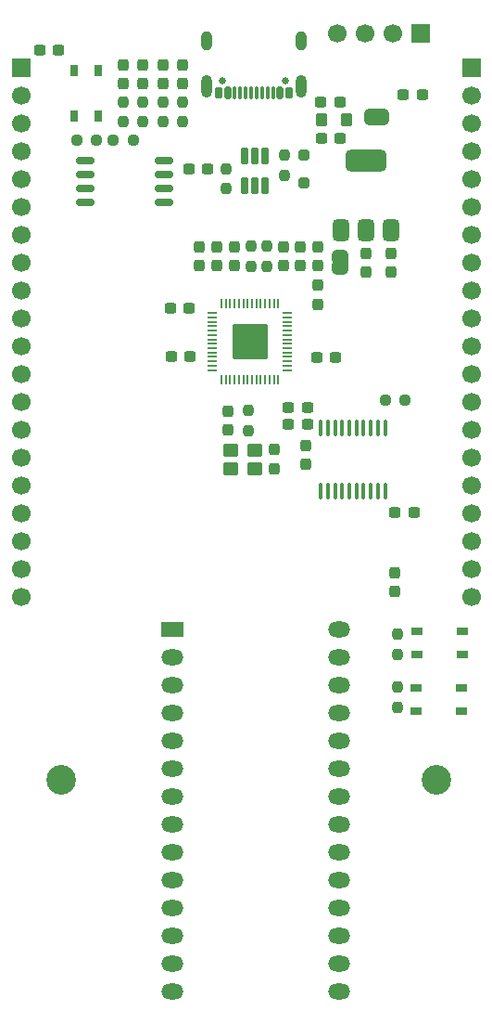
<source format=gbr>
G04 #@! TF.GenerationSoftware,KiCad,Pcbnew,9.0.3-1.fc42*
G04 #@! TF.CreationDate,2025-08-26T20:02:04+03:00*
G04 #@! TF.ProjectId,eeprom-programmer-rounded,65657072-6f6d-42d7-9072-6f6772616d6d,0.1*
G04 #@! TF.SameCoordinates,Original*
G04 #@! TF.FileFunction,Soldermask,Top*
G04 #@! TF.FilePolarity,Negative*
%FSLAX46Y46*%
G04 Gerber Fmt 4.6, Leading zero omitted, Abs format (unit mm)*
G04 Created by KiCad (PCBNEW 9.0.3-1.fc42) date 2025-08-26 20:02:04*
%MOMM*%
%LPD*%
G01*
G04 APERTURE LIST*
G04 Aperture macros list*
%AMRoundRect*
0 Rectangle with rounded corners*
0 $1 Rounding radius*
0 $2 $3 $4 $5 $6 $7 $8 $9 X,Y pos of 4 corners*
0 Add a 4 corners polygon primitive as box body*
4,1,4,$2,$3,$4,$5,$6,$7,$8,$9,$2,$3,0*
0 Add four circle primitives for the rounded corners*
1,1,$1+$1,$2,$3*
1,1,$1+$1,$4,$5*
1,1,$1+$1,$6,$7*
1,1,$1+$1,$8,$9*
0 Add four rect primitives between the rounded corners*
20,1,$1+$1,$2,$3,$4,$5,0*
20,1,$1+$1,$4,$5,$6,$7,0*
20,1,$1+$1,$6,$7,$8,$9,0*
20,1,$1+$1,$8,$9,$2,$3,0*%
%AMFreePoly0*
4,1,23,0.500000,-0.750000,0.000000,-0.750000,0.000000,-0.745722,-0.065263,-0.745722,-0.191342,-0.711940,-0.304381,-0.646677,-0.396677,-0.554381,-0.461940,-0.441342,-0.495722,-0.315263,-0.495722,-0.250000,-0.500000,-0.250000,-0.500000,0.250000,-0.495722,0.250000,-0.495722,0.315263,-0.461940,0.441342,-0.396677,0.554381,-0.304381,0.646677,-0.191342,0.711940,-0.065263,0.745722,0.000000,0.745722,
0.000000,0.750000,0.500000,0.750000,0.500000,-0.750000,0.500000,-0.750000,$1*%
%AMFreePoly1*
4,1,23,0.000000,0.745722,0.065263,0.745722,0.191342,0.711940,0.304381,0.646677,0.396677,0.554381,0.461940,0.441342,0.495722,0.315263,0.495722,0.250000,0.500000,0.250000,0.500000,-0.250000,0.495722,-0.250000,0.495722,-0.315263,0.461940,-0.441342,0.396677,-0.554381,0.304381,-0.646677,0.191342,-0.711940,0.065263,-0.745722,0.000000,-0.745722,0.000000,-0.750000,-0.500000,-0.750000,
-0.500000,0.750000,0.000000,0.750000,0.000000,0.745722,0.000000,0.745722,$1*%
G04 Aperture macros list end*
%ADD10RoundRect,0.237500X0.237500X-0.250000X0.237500X0.250000X-0.237500X0.250000X-0.237500X-0.250000X0*%
%ADD11RoundRect,0.237500X-0.237500X0.300000X-0.237500X-0.300000X0.237500X-0.300000X0.237500X0.300000X0*%
%ADD12RoundRect,0.250000X-0.450000X-0.350000X0.450000X-0.350000X0.450000X0.350000X-0.450000X0.350000X0*%
%ADD13RoundRect,0.250000X-0.275000X-0.350000X0.275000X-0.350000X0.275000X0.350000X-0.275000X0.350000X0*%
%ADD14RoundRect,0.162500X-0.162500X0.617500X-0.162500X-0.617500X0.162500X-0.617500X0.162500X0.617500X0*%
%ADD15R,0.650000X1.050000*%
%ADD16RoundRect,0.237500X0.237500X-0.300000X0.237500X0.300000X-0.237500X0.300000X-0.237500X-0.300000X0*%
%ADD17RoundRect,0.237500X-0.237500X0.250000X-0.237500X-0.250000X0.237500X-0.250000X0.237500X0.250000X0*%
%ADD18FreePoly0,0.000000*%
%ADD19FreePoly1,0.000000*%
%ADD20RoundRect,0.237500X-0.300000X-0.237500X0.300000X-0.237500X0.300000X0.237500X-0.300000X0.237500X0*%
%ADD21RoundRect,0.237500X0.250000X0.237500X-0.250000X0.237500X-0.250000X-0.237500X0.250000X-0.237500X0*%
%ADD22RoundRect,0.375000X0.375000X-0.625000X0.375000X0.625000X-0.375000X0.625000X-0.375000X-0.625000X0*%
%ADD23RoundRect,0.500000X1.400000X-0.500000X1.400000X0.500000X-1.400000X0.500000X-1.400000X-0.500000X0*%
%ADD24RoundRect,0.237500X0.300000X0.237500X-0.300000X0.237500X-0.300000X-0.237500X0.300000X-0.237500X0*%
%ADD25FreePoly0,270.000000*%
%ADD26FreePoly1,270.000000*%
%ADD27R,1.050000X0.650000*%
%ADD28RoundRect,0.162500X-0.650000X-0.162500X0.650000X-0.162500X0.650000X0.162500X-0.650000X0.162500X0*%
%ADD29RoundRect,0.237500X-0.237500X0.287500X-0.237500X-0.287500X0.237500X-0.287500X0.237500X0.287500X0*%
%ADD30R,2.000000X1.440000*%
%ADD31O,2.000000X1.440000*%
%ADD32RoundRect,0.050000X-0.387500X-0.050000X0.387500X-0.050000X0.387500X0.050000X-0.387500X0.050000X0*%
%ADD33RoundRect,0.050000X-0.050000X-0.387500X0.050000X-0.387500X0.050000X0.387500X-0.050000X0.387500X0*%
%ADD34RoundRect,0.144000X-1.456000X-1.456000X1.456000X-1.456000X1.456000X1.456000X-1.456000X1.456000X0*%
%ADD35RoundRect,0.100000X-0.100000X0.637500X-0.100000X-0.637500X0.100000X-0.637500X0.100000X0.637500X0*%
%ADD36C,2.700000*%
%ADD37RoundRect,0.250000X0.250000X-0.250000X0.250000X0.250000X-0.250000X0.250000X-0.250000X-0.250000X0*%
%ADD38C,0.650000*%
%ADD39RoundRect,0.150000X0.150000X0.387500X-0.150000X0.387500X-0.150000X-0.387500X0.150000X-0.387500X0*%
%ADD40RoundRect,0.150000X0.150000X0.425000X-0.150000X0.425000X-0.150000X-0.425000X0.150000X-0.425000X0*%
%ADD41RoundRect,0.075000X0.075000X0.500000X-0.075000X0.500000X-0.075000X-0.500000X0.075000X-0.500000X0*%
%ADD42O,1.000000X2.100000*%
%ADD43O,1.000000X1.800000*%
%ADD44R,1.700000X1.700000*%
%ADD45C,1.700000*%
G04 APERTURE END LIST*
G36*
X165933710Y-49365300D02*
G01*
X166233710Y-49365300D01*
X166233710Y-50865300D01*
X165933710Y-50865300D01*
X165933710Y-49365300D01*
G37*
G36*
X163525000Y-63209796D02*
G01*
X162025000Y-63209796D01*
X162025000Y-63509796D01*
X163525000Y-63509796D01*
X163525000Y-63209796D01*
G37*
D10*
X157676399Y-55422296D03*
X157676399Y-53597296D03*
D11*
X167762500Y-91672500D03*
X167762500Y-93397500D03*
D12*
X152762500Y-82159796D03*
X154962500Y-82159796D03*
X154962500Y-80459796D03*
X152762500Y-80459796D03*
D13*
X161033710Y-50345228D03*
X163333710Y-50345228D03*
D14*
X155892500Y-53670000D03*
X154942500Y-53670000D03*
X153992500Y-53670000D03*
X153992500Y-56370000D03*
X154942500Y-56370000D03*
X155892500Y-56370000D03*
D15*
X138462500Y-49985000D03*
X138462500Y-45835000D03*
X140612500Y-49985000D03*
X140612500Y-45835000D03*
D16*
X160725000Y-67172296D03*
X160725000Y-65447296D03*
D17*
X167962500Y-102097296D03*
X167962500Y-103922296D03*
D11*
X152462500Y-76947296D03*
X152462500Y-78672296D03*
D18*
X165433710Y-50115300D03*
D19*
X166733710Y-50115300D03*
D20*
X161046210Y-52089724D03*
X162771210Y-52089724D03*
D21*
X168687500Y-75909796D03*
X166862500Y-75909796D03*
D11*
X156762500Y-80447296D03*
X156762500Y-82172296D03*
D22*
X162825000Y-60409796D03*
X165125000Y-60409796D03*
D23*
X165125000Y-54109796D03*
D22*
X167425000Y-60409796D03*
D24*
X149025000Y-71950000D03*
X147300000Y-71950000D03*
D21*
X143852500Y-52199796D03*
X142027500Y-52199796D03*
D24*
X170250000Y-48085000D03*
X168525000Y-48085000D03*
D25*
X162775000Y-62709796D03*
D26*
X162775000Y-64009796D03*
D20*
X148925000Y-54810000D03*
X150650000Y-54810000D03*
D27*
X173817500Y-104299796D03*
X169667500Y-104299796D03*
X173817500Y-102149796D03*
X169667500Y-102149796D03*
D10*
X148377500Y-50549673D03*
X148377500Y-48724673D03*
D28*
X139495000Y-54074796D03*
X139495000Y-55344796D03*
X139495000Y-56614796D03*
X139495000Y-57884796D03*
X146670000Y-57884796D03*
X146670000Y-56614796D03*
X146670000Y-55344796D03*
X146670000Y-54074796D03*
D16*
X153050000Y-63685870D03*
X153050000Y-61960870D03*
D10*
X144751192Y-50549673D03*
X144751192Y-48724673D03*
X167977500Y-99099796D03*
X167977500Y-97274796D03*
D29*
X142914413Y-45335000D03*
X142914413Y-47085000D03*
D10*
X146551192Y-50549673D03*
X146551192Y-48724673D03*
D20*
X158037500Y-78159796D03*
X159762500Y-78159796D03*
D30*
X147385000Y-96859796D03*
D31*
X147385000Y-99399796D03*
X147385000Y-101939796D03*
X147385000Y-104479796D03*
X147385000Y-107019796D03*
X147385000Y-109559796D03*
X147385000Y-112099796D03*
X147385000Y-114639796D03*
X147385000Y-117179796D03*
X147385000Y-119719796D03*
X147385000Y-122259796D03*
X147385000Y-124799796D03*
X147385000Y-127339796D03*
X147385000Y-129879796D03*
X162625000Y-129879796D03*
X162625000Y-127339796D03*
X162625000Y-124799796D03*
X162625000Y-122259796D03*
X162625000Y-119719796D03*
X162625000Y-117179796D03*
X162625000Y-114639796D03*
X162625000Y-112099796D03*
X162625000Y-109559796D03*
X162625000Y-107019796D03*
X162625000Y-104479796D03*
X162625000Y-101939796D03*
X162625000Y-99399796D03*
X162625000Y-96859796D03*
D16*
X149900000Y-63685870D03*
X149900000Y-61960870D03*
D27*
X173952500Y-99149796D03*
X169802500Y-99149796D03*
X173952500Y-96999796D03*
X169802500Y-96999796D03*
D11*
X167375000Y-62559796D03*
X167375000Y-64284796D03*
D32*
X151065000Y-67987296D03*
X151065000Y-68387296D03*
X151065000Y-68787296D03*
X151065000Y-69187296D03*
X151065000Y-69587296D03*
X151065000Y-69987296D03*
X151065000Y-70387296D03*
X151065000Y-70787296D03*
X151065000Y-71187296D03*
X151065000Y-71587296D03*
X151065000Y-71987296D03*
X151065000Y-72387296D03*
X151065000Y-72787296D03*
X151065000Y-73187296D03*
D33*
X151902500Y-74024796D03*
X152302500Y-74024796D03*
X152702500Y-74024796D03*
X153102500Y-74024796D03*
X153502500Y-74024796D03*
X153902500Y-74024796D03*
X154302500Y-74024796D03*
X154702500Y-74024796D03*
X155102500Y-74024796D03*
X155502500Y-74024796D03*
X155902500Y-74024796D03*
X156302500Y-74024796D03*
X156702500Y-74024796D03*
X157102500Y-74024796D03*
D32*
X157940000Y-73187296D03*
X157940000Y-72787296D03*
X157940000Y-72387296D03*
X157940000Y-71987296D03*
X157940000Y-71587296D03*
X157940000Y-71187296D03*
X157940000Y-70787296D03*
X157940000Y-70387296D03*
X157940000Y-69987296D03*
X157940000Y-69587296D03*
X157940000Y-69187296D03*
X157940000Y-68787296D03*
X157940000Y-68387296D03*
X157940000Y-67987296D03*
D33*
X157102500Y-67149796D03*
X156702500Y-67149796D03*
X156302500Y-67149796D03*
X155902500Y-67149796D03*
X155502500Y-67149796D03*
X155102500Y-67149796D03*
X154702500Y-67149796D03*
X154302500Y-67149796D03*
X153902500Y-67149796D03*
X153502500Y-67149796D03*
X153102500Y-67149796D03*
X152702500Y-67149796D03*
X152302500Y-67149796D03*
X151902500Y-67149796D03*
D34*
X154502500Y-70587296D03*
D16*
X157609400Y-63685870D03*
X157609400Y-61960870D03*
D35*
X166850000Y-78497296D03*
X166200000Y-78497296D03*
X165550000Y-78497296D03*
X164900000Y-78497296D03*
X164250000Y-78497296D03*
X163600000Y-78497296D03*
X162950000Y-78497296D03*
X162300000Y-78497296D03*
X161650000Y-78497296D03*
X161000000Y-78497296D03*
X161000000Y-84222296D03*
X161650000Y-84222296D03*
X162300000Y-84222296D03*
X162950000Y-84222296D03*
X163600000Y-84222296D03*
X164250000Y-84222296D03*
X164900000Y-84222296D03*
X165550000Y-84222296D03*
X166200000Y-84222296D03*
X166850000Y-84222296D03*
D10*
X154589400Y-63735870D03*
X154589400Y-61910870D03*
D21*
X140482500Y-52199796D03*
X138657500Y-52199796D03*
D36*
X137242500Y-110580000D03*
D20*
X160612500Y-72009796D03*
X162337500Y-72009796D03*
D24*
X162725000Y-48735000D03*
X161000000Y-48735000D03*
D10*
X154382500Y-78722500D03*
X154382500Y-76897500D03*
D36*
X171582500Y-110580000D03*
D24*
X148975000Y-67510000D03*
X147250000Y-67510000D03*
D29*
X146551192Y-45335000D03*
X146551192Y-47085000D03*
D16*
X159139400Y-63685870D03*
X159139400Y-61960870D03*
X151450000Y-63685870D03*
X151450000Y-61960870D03*
D37*
X159426399Y-56109796D03*
X159426399Y-53609796D03*
D11*
X165075000Y-62559796D03*
X165075000Y-64284796D03*
D38*
X157772500Y-46825000D03*
X151992500Y-46825000D03*
D39*
X158082500Y-47937500D03*
D40*
X157282500Y-47900000D03*
D41*
X156132500Y-47900000D03*
X155132500Y-47900000D03*
X154632500Y-47900000D03*
X153632500Y-47900000D03*
D40*
X152482500Y-47900000D03*
D39*
X151682500Y-47937500D03*
X151682500Y-47937500D03*
D40*
X152482500Y-47900000D03*
D41*
X153132500Y-47900000D03*
X154132500Y-47900000D03*
X155632500Y-47900000D03*
X156632500Y-47900000D03*
D40*
X157282500Y-47900000D03*
D39*
X158082500Y-47937500D03*
D42*
X159202500Y-47325000D03*
D43*
X159202500Y-43145000D03*
D42*
X150562500Y-47325000D03*
D43*
X150562500Y-43145000D03*
D20*
X135275000Y-43985000D03*
X137000000Y-43985000D03*
D10*
X152287500Y-56647500D03*
X152287500Y-54822500D03*
D20*
X167775000Y-86209796D03*
X169500000Y-86209796D03*
D29*
X144751192Y-45335000D03*
X144751192Y-47085000D03*
D10*
X142914413Y-50549673D03*
X142914413Y-48724673D03*
D29*
X148377500Y-45335000D03*
X148377500Y-47085000D03*
D16*
X160690000Y-63685870D03*
X160690000Y-61960870D03*
D10*
X156089400Y-63735870D03*
X156089400Y-61910870D03*
D20*
X158037500Y-76609796D03*
X159762500Y-76609796D03*
D16*
X159592500Y-81762500D03*
X159592500Y-80037500D03*
D44*
X170132500Y-42470000D03*
D45*
X167592500Y-42470000D03*
X165052500Y-42470000D03*
X162512500Y-42470000D03*
D44*
X174732500Y-45590000D03*
D45*
X174732500Y-48130000D03*
X174732500Y-50670000D03*
X174732500Y-53210000D03*
X174732500Y-55750000D03*
X174732500Y-58290000D03*
X174732500Y-60830000D03*
X174732500Y-63370000D03*
X174732500Y-65910000D03*
X174732500Y-68450000D03*
X174732500Y-70990000D03*
X174732500Y-73530000D03*
X174732500Y-76070000D03*
X174732500Y-78610000D03*
X174732500Y-81150000D03*
X174732500Y-83690000D03*
X174732500Y-86230000D03*
X174732500Y-88770000D03*
X174732500Y-91310000D03*
X174732500Y-93850000D03*
D44*
X133592500Y-45609796D03*
D45*
X133592500Y-48149796D03*
X133592500Y-50689796D03*
X133592500Y-53229796D03*
X133592500Y-55769796D03*
X133592500Y-58309796D03*
X133592500Y-60849796D03*
X133592500Y-63389796D03*
X133592500Y-65929796D03*
X133592500Y-68469796D03*
X133592500Y-71009796D03*
X133592500Y-73549796D03*
X133592500Y-76089796D03*
X133592500Y-78629796D03*
X133592500Y-81169796D03*
X133592500Y-83709796D03*
X133592500Y-86249796D03*
X133592500Y-88789796D03*
X133592500Y-91329796D03*
X133592500Y-93869796D03*
M02*

</source>
